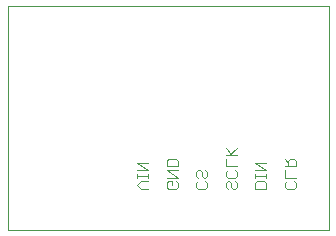
<source format=gbo>
G75*
%MOIN*%
%OFA0B0*%
%FSLAX24Y24*%
%IPPOS*%
%LPD*%
%AMOC8*
5,1,8,0,0,1.08239X$1,22.5*
%
%ADD10C,0.0000*%
%ADD11C,0.0030*%
D10*
X000100Y000100D02*
X000100Y007588D01*
X010785Y007588D01*
X010785Y000100D01*
X000100Y000100D01*
D11*
X004402Y001616D02*
X004526Y001740D01*
X004773Y001740D01*
X004773Y001861D02*
X004773Y001985D01*
X004773Y001923D02*
X004402Y001923D01*
X004402Y001861D02*
X004402Y001985D01*
X004402Y002107D02*
X004773Y002107D01*
X004402Y002354D01*
X004773Y002354D01*
X005387Y002415D02*
X005387Y002230D01*
X005757Y002230D01*
X005757Y002415D01*
X005695Y002476D01*
X005448Y002476D01*
X005387Y002415D01*
X005387Y002108D02*
X005757Y002108D01*
X005757Y001861D02*
X005387Y001861D01*
X005448Y001740D02*
X005572Y001740D01*
X005572Y001616D01*
X005695Y001493D02*
X005757Y001555D01*
X005757Y001678D01*
X005695Y001740D01*
X005757Y001861D02*
X005387Y002108D01*
X005448Y001740D02*
X005387Y001678D01*
X005387Y001555D01*
X005448Y001493D01*
X005695Y001493D01*
X006371Y001555D02*
X006371Y001678D01*
X006433Y001740D01*
X006433Y001861D02*
X006371Y001923D01*
X006371Y002046D01*
X006433Y002108D01*
X006494Y002108D01*
X006556Y002046D01*
X006556Y001923D01*
X006618Y001861D01*
X006680Y001861D01*
X006741Y001923D01*
X006741Y002046D01*
X006680Y002108D01*
X006680Y001740D02*
X006741Y001678D01*
X006741Y001555D01*
X006680Y001493D01*
X006433Y001493D01*
X006371Y001555D01*
X007355Y001555D02*
X007417Y001493D01*
X007355Y001555D02*
X007355Y001678D01*
X007417Y001740D01*
X007479Y001740D01*
X007540Y001678D01*
X007540Y001555D01*
X007602Y001493D01*
X007664Y001493D01*
X007725Y001555D01*
X007725Y001678D01*
X007664Y001740D01*
X007664Y001861D02*
X007417Y001861D01*
X007355Y001923D01*
X007355Y002046D01*
X007417Y002108D01*
X007355Y002230D02*
X007355Y002476D01*
X007355Y002598D02*
X007725Y002598D01*
X007540Y002660D02*
X007355Y002845D01*
X007479Y002598D02*
X007725Y002845D01*
X008339Y002354D02*
X008710Y002354D01*
X008710Y002107D02*
X008339Y002354D01*
X008339Y002107D02*
X008710Y002107D01*
X008710Y001985D02*
X008710Y001861D01*
X008710Y001923D02*
X008339Y001923D01*
X008339Y001861D02*
X008339Y001985D01*
X008401Y001740D02*
X008648Y001740D01*
X008710Y001678D01*
X008710Y001493D01*
X008339Y001493D01*
X008339Y001678D01*
X008401Y001740D01*
X007725Y001923D02*
X007664Y001861D01*
X007725Y001923D02*
X007725Y002046D01*
X007664Y002108D01*
X007725Y002230D02*
X007355Y002230D01*
X009324Y002230D02*
X009694Y002230D01*
X009694Y002415D01*
X009632Y002476D01*
X009509Y002476D01*
X009447Y002415D01*
X009447Y002230D01*
X009447Y002353D02*
X009324Y002476D01*
X009324Y002108D02*
X009324Y001861D01*
X009694Y001861D01*
X009632Y001740D02*
X009694Y001678D01*
X009694Y001555D01*
X009632Y001493D01*
X009385Y001493D01*
X009324Y001555D01*
X009324Y001678D01*
X009385Y001740D01*
X004773Y001493D02*
X004526Y001493D01*
X004402Y001616D01*
M02*

</source>
